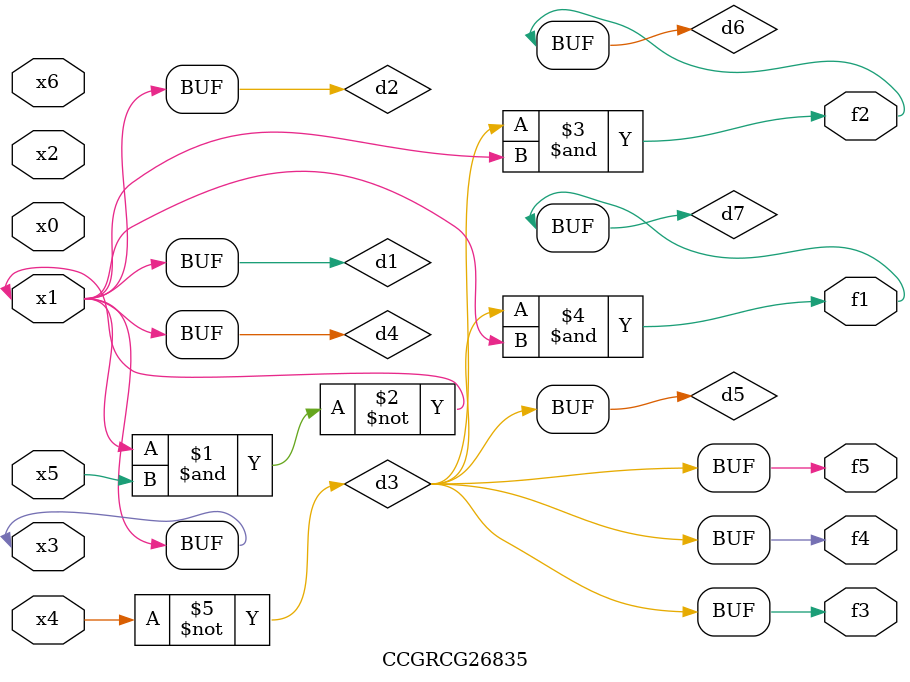
<source format=v>
module CCGRCG26835(
	input x0, x1, x2, x3, x4, x5, x6,
	output f1, f2, f3, f4, f5
);

	wire d1, d2, d3, d4, d5, d6, d7;

	buf (d1, x1, x3);
	nand (d2, x1, x5);
	not (d3, x4);
	buf (d4, d1, d2);
	buf (d5, d3);
	and (d6, d3, d4);
	and (d7, d3, d4);
	assign f1 = d7;
	assign f2 = d6;
	assign f3 = d5;
	assign f4 = d5;
	assign f5 = d5;
endmodule

</source>
